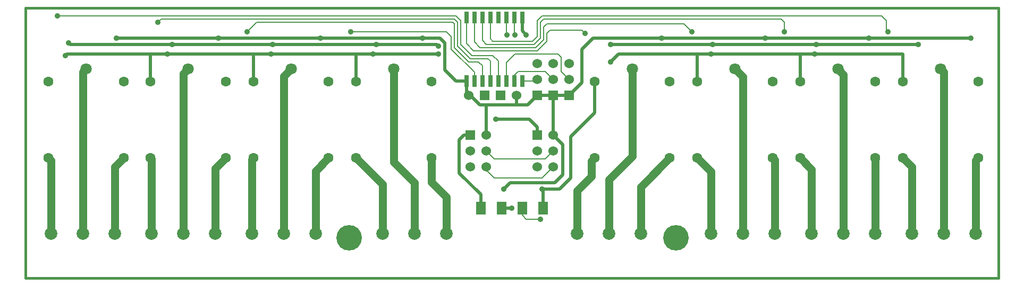
<source format=gbl>
G04 (created by PCBNEW-RS274X (2012-01-19 BZR 3256)-stable) date jeu. 10 mai 2012 21:09:03 CEST*
G01*
G70*
G90*
%MOIN*%
G04 Gerber Fmt 3.4, Leading zero omitted, Abs format*
%FSLAX34Y34*%
G04 APERTURE LIST*
%ADD10C,0.006000*%
%ADD11C,0.015000*%
%ADD12C,0.078700*%
%ADD13R,0.060000X0.060000*%
%ADD14C,0.060000*%
%ADD15C,0.070900*%
%ADD16C,0.063000*%
%ADD17R,0.025000X0.075000*%
%ADD18R,0.060000X0.080000*%
%ADD19C,0.160000*%
%ADD20C,0.035000*%
%ADD21C,0.019700*%
%ADD22C,0.008000*%
%ADD23C,0.050000*%
G04 APERTURE END LIST*
G54D10*
G54D11*
X12980Y-08873D02*
X12980Y-08773D01*
X74005Y-08898D02*
X74005Y-08773D01*
X12980Y-08844D02*
X12980Y-25773D01*
X12980Y-25773D02*
X74003Y-25773D01*
X74004Y-08769D02*
X12980Y-08769D01*
X74004Y-25773D02*
X74004Y-08844D01*
G54D12*
X14580Y-22973D03*
X16580Y-22973D03*
X18580Y-22973D03*
X20880Y-22973D03*
X22880Y-22973D03*
X24880Y-22973D03*
X27180Y-22973D03*
X29180Y-22973D03*
X31180Y-22973D03*
X35380Y-22973D03*
X37380Y-22973D03*
X39380Y-22973D03*
X47580Y-22973D03*
X49580Y-22973D03*
X51580Y-22973D03*
X55980Y-22973D03*
X57980Y-22973D03*
X59980Y-22973D03*
X62280Y-22973D03*
X64280Y-22973D03*
X66280Y-22973D03*
X68580Y-22973D03*
X70580Y-22973D03*
X72580Y-22973D03*
G54D13*
X45080Y-16773D03*
G54D14*
X46080Y-16773D03*
X45080Y-17773D03*
X46080Y-17773D03*
X45080Y-18773D03*
X46080Y-18773D03*
G54D13*
X40880Y-16773D03*
G54D14*
X41880Y-16773D03*
X40880Y-17773D03*
X41880Y-17773D03*
X40880Y-18773D03*
X41880Y-18773D03*
G54D15*
X16780Y-12627D03*
G54D16*
X14418Y-13414D03*
X19142Y-13414D03*
X14418Y-18217D03*
X19142Y-18217D03*
G54D15*
X23180Y-12627D03*
G54D16*
X20818Y-13414D03*
X25542Y-13414D03*
X20818Y-18217D03*
X25542Y-18217D03*
G54D15*
X29630Y-12627D03*
G54D16*
X27268Y-13414D03*
X31992Y-13414D03*
X27268Y-18217D03*
X31992Y-18217D03*
G54D15*
X36080Y-12627D03*
G54D16*
X33718Y-13414D03*
X38442Y-13414D03*
X33718Y-18217D03*
X38442Y-18217D03*
G54D15*
X51030Y-12627D03*
G54D16*
X48668Y-13414D03*
X53392Y-13414D03*
X48668Y-18217D03*
X53392Y-18217D03*
G54D15*
X57480Y-12627D03*
G54D16*
X55118Y-13414D03*
X59842Y-13414D03*
X55118Y-18217D03*
X59842Y-18217D03*
G54D15*
X63930Y-12627D03*
G54D16*
X61568Y-13414D03*
X66292Y-13414D03*
X61568Y-18217D03*
X66292Y-18217D03*
G54D15*
X70380Y-12627D03*
G54D16*
X68018Y-13414D03*
X72742Y-13414D03*
X68018Y-18217D03*
X72742Y-18217D03*
G54D13*
X45080Y-14273D03*
G54D14*
X45080Y-13273D03*
X45080Y-12273D03*
G54D13*
X46080Y-14273D03*
G54D14*
X46080Y-13273D03*
X46080Y-12273D03*
G54D13*
X47080Y-14273D03*
G54D14*
X47080Y-13273D03*
X47080Y-12273D03*
G54D17*
X44130Y-13373D03*
X43630Y-13373D03*
X43130Y-13373D03*
X42630Y-13373D03*
X42130Y-13373D03*
X41630Y-13373D03*
X41130Y-13373D03*
X40630Y-13373D03*
X40630Y-09373D03*
X41130Y-09373D03*
X41630Y-09373D03*
X42130Y-09373D03*
X42630Y-09373D03*
X43130Y-09373D03*
X43630Y-09373D03*
X44130Y-09373D03*
G54D13*
X41780Y-14273D03*
G54D14*
X40780Y-14273D03*
G54D18*
X41530Y-21373D03*
X42830Y-21373D03*
X45430Y-21373D03*
X44130Y-21373D03*
G54D13*
X42780Y-14273D03*
G54D14*
X43780Y-14273D03*
G54D19*
X53780Y-23228D03*
X33280Y-23228D03*
G54D20*
X34780Y-11673D03*
X55980Y-11673D03*
X15480Y-11773D03*
X45380Y-20173D03*
X38880Y-11673D03*
X28380Y-11673D03*
X49680Y-12173D03*
X62480Y-11673D03*
X21880Y-11673D03*
X42480Y-15773D03*
X34980Y-11073D03*
X38880Y-11173D03*
X49680Y-11073D03*
X28480Y-11073D03*
X56080Y-11073D03*
X68980Y-11073D03*
X22180Y-11073D03*
X62580Y-11073D03*
X15680Y-10973D03*
X44380Y-10473D03*
X14980Y-09273D03*
X21280Y-09673D03*
X26880Y-10273D03*
X33380Y-10273D03*
X48080Y-10373D03*
X54780Y-10273D03*
X60580Y-10273D03*
X67080Y-10273D03*
X43180Y-10473D03*
X43680Y-10473D03*
X52880Y-10673D03*
X18680Y-10673D03*
X37880Y-10673D03*
X25080Y-10673D03*
X31480Y-10673D03*
X42980Y-20173D03*
X65880Y-10673D03*
X72280Y-10673D03*
X59380Y-10673D03*
X43480Y-21373D03*
X45280Y-22073D03*
G54D21*
X45430Y-20223D02*
X45380Y-20173D01*
X68018Y-11673D02*
X67980Y-11673D01*
X47180Y-19473D02*
X46480Y-20173D01*
X21880Y-11673D02*
X27180Y-11673D01*
X50180Y-11673D02*
X49680Y-12173D01*
X33718Y-13414D02*
X33718Y-11673D01*
X61580Y-11673D02*
X55980Y-11673D01*
X55980Y-11673D02*
X55180Y-11673D01*
X15580Y-11673D02*
X20780Y-11673D01*
X15480Y-11773D02*
X15580Y-11673D01*
X67980Y-11673D02*
X62480Y-11673D01*
X46480Y-20173D02*
X45380Y-20173D01*
X61568Y-13414D02*
X61568Y-11673D01*
X34780Y-11673D02*
X38880Y-11673D01*
X68018Y-13414D02*
X68018Y-11673D01*
X33718Y-11673D02*
X33780Y-11673D01*
X61568Y-11673D02*
X61580Y-11673D01*
X47180Y-16873D02*
X47180Y-19473D01*
X55118Y-13414D02*
X55118Y-11673D01*
X27268Y-13414D02*
X27268Y-11673D01*
X20780Y-11673D02*
X21880Y-11673D01*
X55180Y-11673D02*
X50180Y-11673D01*
X45430Y-21373D02*
X45430Y-20223D01*
X48668Y-13414D02*
X48668Y-15385D01*
X27180Y-11673D02*
X28380Y-11673D01*
X33780Y-11673D02*
X34780Y-11673D01*
X55118Y-11673D02*
X55180Y-11673D01*
X27268Y-11673D02*
X27180Y-11673D01*
X20818Y-13414D02*
X20818Y-11673D01*
X20818Y-11673D02*
X20780Y-11673D01*
X28380Y-11673D02*
X33780Y-11673D01*
X62480Y-11673D02*
X61580Y-11673D01*
X48668Y-15385D02*
X47180Y-16873D01*
X44380Y-10473D02*
X44130Y-10223D01*
X40180Y-17073D02*
X40480Y-16773D01*
X41530Y-20523D02*
X40180Y-19173D01*
X40480Y-16773D02*
X40880Y-16773D01*
X44580Y-15773D02*
X42480Y-15773D01*
X56080Y-11073D02*
X49680Y-11073D01*
X28480Y-11073D02*
X34980Y-11073D01*
X38780Y-11073D02*
X34980Y-11073D01*
X62580Y-11073D02*
X56080Y-11073D01*
X45080Y-16773D02*
X45080Y-16273D01*
X38880Y-11173D02*
X38780Y-11073D01*
X68980Y-11073D02*
X62580Y-11073D01*
X22180Y-11073D02*
X28480Y-11073D01*
X15780Y-11073D02*
X22180Y-11073D01*
X15680Y-10973D02*
X15780Y-11073D01*
X41530Y-21373D02*
X41530Y-20523D01*
X40180Y-19173D02*
X40180Y-17073D01*
X45080Y-16273D02*
X44580Y-15773D01*
X44130Y-10223D02*
X44130Y-09373D01*
G54D22*
X39680Y-09273D02*
X39980Y-09273D01*
X40180Y-09473D02*
X40280Y-09573D01*
X42280Y-11773D02*
X42630Y-12123D01*
X40280Y-11073D02*
X40980Y-11773D01*
X40280Y-09573D02*
X40280Y-11073D01*
X39980Y-09273D02*
X40180Y-09473D01*
X14980Y-09273D02*
X39680Y-09273D01*
X42630Y-12123D02*
X42630Y-13373D01*
X40980Y-11773D02*
X42280Y-11773D01*
X21480Y-09473D02*
X21280Y-09673D01*
X40080Y-11173D02*
X40080Y-09673D01*
X39880Y-09473D02*
X21480Y-09473D01*
X40080Y-09673D02*
X39880Y-09473D01*
X42130Y-13373D02*
X42130Y-12123D01*
X42130Y-12123D02*
X41980Y-11973D01*
X41980Y-11973D02*
X40880Y-11973D01*
X40880Y-11973D02*
X40080Y-11173D01*
X39780Y-09673D02*
X39880Y-09773D01*
X27480Y-09673D02*
X39780Y-09673D01*
X39880Y-09773D02*
X39880Y-10373D01*
X39880Y-11273D02*
X39880Y-10373D01*
X40780Y-12173D02*
X39880Y-11273D01*
X41380Y-12173D02*
X40780Y-12173D01*
X41630Y-13373D02*
X41630Y-12423D01*
X41630Y-12423D02*
X41380Y-12173D01*
X26880Y-10273D02*
X27480Y-09673D01*
X39680Y-11373D02*
X41130Y-12823D01*
X39380Y-10273D02*
X39680Y-10573D01*
X33380Y-10273D02*
X39380Y-10273D01*
X41130Y-12823D02*
X41130Y-13373D01*
X39680Y-10573D02*
X39680Y-11373D01*
X47880Y-10173D02*
X48080Y-10373D01*
X41080Y-11473D02*
X40630Y-11023D01*
X45880Y-10173D02*
X45680Y-10373D01*
X46380Y-10173D02*
X45880Y-10173D01*
X45680Y-10873D02*
X45080Y-11473D01*
X45080Y-11473D02*
X41080Y-11473D01*
X40630Y-09373D02*
X40630Y-11023D01*
X45680Y-10373D02*
X45680Y-10873D01*
X46380Y-10173D02*
X47880Y-10173D01*
X41130Y-10923D02*
X41130Y-09373D01*
X45480Y-09973D02*
X45480Y-10773D01*
X45680Y-09773D02*
X45480Y-09973D01*
X54780Y-10273D02*
X54280Y-09773D01*
X41480Y-11273D02*
X41130Y-10923D01*
X44980Y-11273D02*
X41480Y-11273D01*
X54280Y-09773D02*
X46380Y-09773D01*
X46380Y-09773D02*
X45680Y-09773D01*
X45480Y-10773D02*
X44980Y-11273D01*
X45280Y-10673D02*
X44880Y-11073D01*
X60280Y-09473D02*
X60380Y-09473D01*
X41630Y-09373D02*
X41630Y-10823D01*
X45280Y-09673D02*
X45280Y-10673D01*
X45480Y-09473D02*
X45280Y-09673D01*
X60280Y-09473D02*
X46380Y-09473D01*
X41880Y-11073D02*
X41630Y-10823D01*
X60380Y-09473D02*
X60580Y-09673D01*
X60580Y-09673D02*
X60580Y-10273D01*
X44880Y-11073D02*
X41880Y-11073D01*
X46380Y-09473D02*
X45480Y-09473D01*
X66680Y-09273D02*
X66980Y-09573D01*
X45080Y-10573D02*
X44780Y-10873D01*
X46380Y-09273D02*
X45380Y-09273D01*
X44780Y-10873D02*
X42280Y-10873D01*
X45380Y-09273D02*
X45080Y-09573D01*
X66980Y-10173D02*
X67080Y-10273D01*
X66980Y-09573D02*
X66980Y-10173D01*
X45080Y-09573D02*
X45080Y-10573D01*
X66680Y-09273D02*
X46380Y-09273D01*
X42130Y-09373D02*
X42130Y-10723D01*
X42280Y-10873D02*
X42130Y-10723D01*
G54D23*
X16580Y-22973D02*
X16580Y-12827D01*
X16580Y-12827D02*
X16780Y-12627D01*
X18580Y-22973D02*
X18580Y-18779D01*
X18580Y-18779D02*
X19142Y-18217D01*
X14580Y-22973D02*
X14580Y-18379D01*
X14580Y-18379D02*
X14418Y-18217D01*
X22880Y-12927D02*
X23180Y-12627D01*
X22880Y-22973D02*
X22880Y-12927D01*
X24880Y-22973D02*
X24880Y-18879D01*
X24880Y-18879D02*
X25542Y-18217D01*
X20880Y-22973D02*
X20880Y-18279D01*
X20880Y-18279D02*
X20818Y-18217D01*
X29180Y-22973D02*
X29180Y-13077D01*
X29180Y-13077D02*
X29630Y-12627D01*
X31180Y-19029D02*
X31992Y-18217D01*
X31180Y-22973D02*
X31180Y-19029D01*
X27180Y-18305D02*
X27268Y-18217D01*
X27180Y-22973D02*
X27180Y-18305D01*
X36080Y-18473D02*
X36080Y-12627D01*
X37380Y-19773D02*
X36080Y-18473D01*
X37380Y-22973D02*
X37380Y-19773D01*
X38442Y-19735D02*
X38442Y-18217D01*
X39380Y-20673D02*
X38442Y-19735D01*
X39380Y-22973D02*
X39380Y-20673D01*
X35380Y-19879D02*
X33718Y-18217D01*
X35380Y-22973D02*
X35380Y-19879D01*
X51030Y-12627D02*
X51030Y-18123D01*
X51030Y-18123D02*
X49580Y-19573D01*
X49580Y-19573D02*
X49580Y-22973D01*
X51580Y-20029D02*
X53392Y-18217D01*
X51580Y-22973D02*
X51580Y-20029D01*
X48480Y-19373D02*
X48480Y-18405D01*
X48480Y-18405D02*
X48668Y-18217D01*
X47580Y-22973D02*
X47580Y-20273D01*
X47580Y-20273D02*
X48480Y-19373D01*
X57980Y-13127D02*
X57480Y-12627D01*
X57980Y-22973D02*
X57980Y-13127D01*
X59980Y-18355D02*
X59842Y-18217D01*
X59980Y-22973D02*
X59980Y-18355D01*
X55980Y-22973D02*
X55980Y-19079D01*
X55980Y-19079D02*
X55118Y-18217D01*
X64280Y-22973D02*
X64280Y-12977D01*
X64280Y-12977D02*
X63930Y-12627D01*
X66292Y-18217D02*
X66292Y-22961D01*
X66292Y-22961D02*
X66280Y-22973D01*
X62280Y-22973D02*
X62280Y-18929D01*
X62280Y-18929D02*
X61568Y-18217D01*
X70580Y-22973D02*
X70580Y-12827D01*
X70580Y-12827D02*
X70380Y-12627D01*
X72580Y-18379D02*
X72742Y-18217D01*
X72580Y-22973D02*
X72580Y-18379D01*
X68580Y-18779D02*
X68018Y-18217D01*
X68580Y-22973D02*
X68580Y-18779D01*
G54D22*
X43130Y-10423D02*
X43180Y-10473D01*
X43130Y-09373D02*
X43130Y-10423D01*
X43630Y-10423D02*
X43630Y-09373D01*
X43630Y-10423D02*
X43680Y-10473D01*
X45580Y-18273D02*
X46080Y-17773D01*
X42380Y-18273D02*
X45580Y-18273D01*
X41880Y-17773D02*
X42380Y-18273D01*
X42380Y-19473D02*
X45380Y-19473D01*
X45380Y-19473D02*
X46080Y-18773D01*
X41880Y-18973D02*
X42380Y-19473D01*
X41880Y-18773D02*
X41880Y-18973D01*
G54D21*
X40630Y-13373D02*
X40580Y-13373D01*
X40880Y-14273D02*
X41480Y-14873D01*
X43780Y-14873D02*
X44480Y-14873D01*
X41480Y-14873D02*
X41780Y-14873D01*
X37880Y-10673D02*
X38980Y-10673D01*
X46080Y-16773D02*
X46080Y-14273D01*
X31480Y-10673D02*
X37880Y-10673D01*
X47880Y-13473D02*
X47080Y-14273D01*
X46680Y-19273D02*
X46680Y-17373D01*
X25080Y-10673D02*
X31480Y-10673D01*
X18680Y-10673D02*
X24680Y-10673D01*
X24680Y-10673D02*
X25080Y-10673D01*
X45080Y-14273D02*
X46080Y-14273D01*
X52880Y-10673D02*
X48580Y-10673D01*
X40630Y-13373D02*
X40630Y-14123D01*
X40630Y-14123D02*
X40780Y-14273D01*
X72280Y-10673D02*
X65880Y-10673D01*
X43780Y-14273D02*
X43780Y-14873D01*
X40780Y-14273D02*
X40880Y-14273D01*
X44480Y-14873D02*
X45080Y-14273D01*
X46080Y-14273D02*
X47080Y-14273D01*
X46680Y-17373D02*
X46080Y-16773D01*
X42980Y-20173D02*
X43380Y-19773D01*
X46180Y-19773D02*
X46680Y-19273D01*
X65880Y-10673D02*
X59380Y-10673D01*
X38980Y-10673D02*
X39280Y-10973D01*
X39280Y-10973D02*
X39280Y-12673D01*
X39280Y-12673D02*
X39380Y-12773D01*
X39980Y-13373D02*
X40630Y-13373D01*
X39380Y-12773D02*
X39980Y-13373D01*
X47880Y-11373D02*
X47880Y-13473D01*
X43380Y-19773D02*
X46180Y-19773D01*
X41880Y-14873D02*
X41780Y-14873D01*
X41880Y-16773D02*
X41880Y-14873D01*
X41780Y-14873D02*
X43780Y-14873D01*
X59380Y-10673D02*
X52880Y-10673D01*
X48580Y-10673D02*
X47880Y-11373D01*
G54D22*
X43880Y-12773D02*
X45580Y-12773D01*
X45580Y-12773D02*
X46080Y-13273D01*
X43630Y-13023D02*
X43880Y-12773D01*
X43630Y-13373D02*
X43630Y-13023D01*
X44980Y-13373D02*
X45080Y-13273D01*
X44130Y-13373D02*
X44980Y-13373D01*
X43130Y-13373D02*
X43130Y-12223D01*
X46380Y-11673D02*
X46580Y-11873D01*
X43130Y-12223D02*
X43680Y-11673D01*
X43680Y-11673D02*
X46380Y-11673D01*
X46580Y-12773D02*
X47080Y-13273D01*
X46580Y-11873D02*
X46580Y-12773D01*
G54D21*
X43480Y-21373D02*
X42830Y-21373D01*
G54D22*
X45280Y-22073D02*
X44380Y-22073D01*
X44130Y-21823D02*
X44130Y-21373D01*
X44380Y-22073D02*
X44130Y-21823D01*
M02*

</source>
